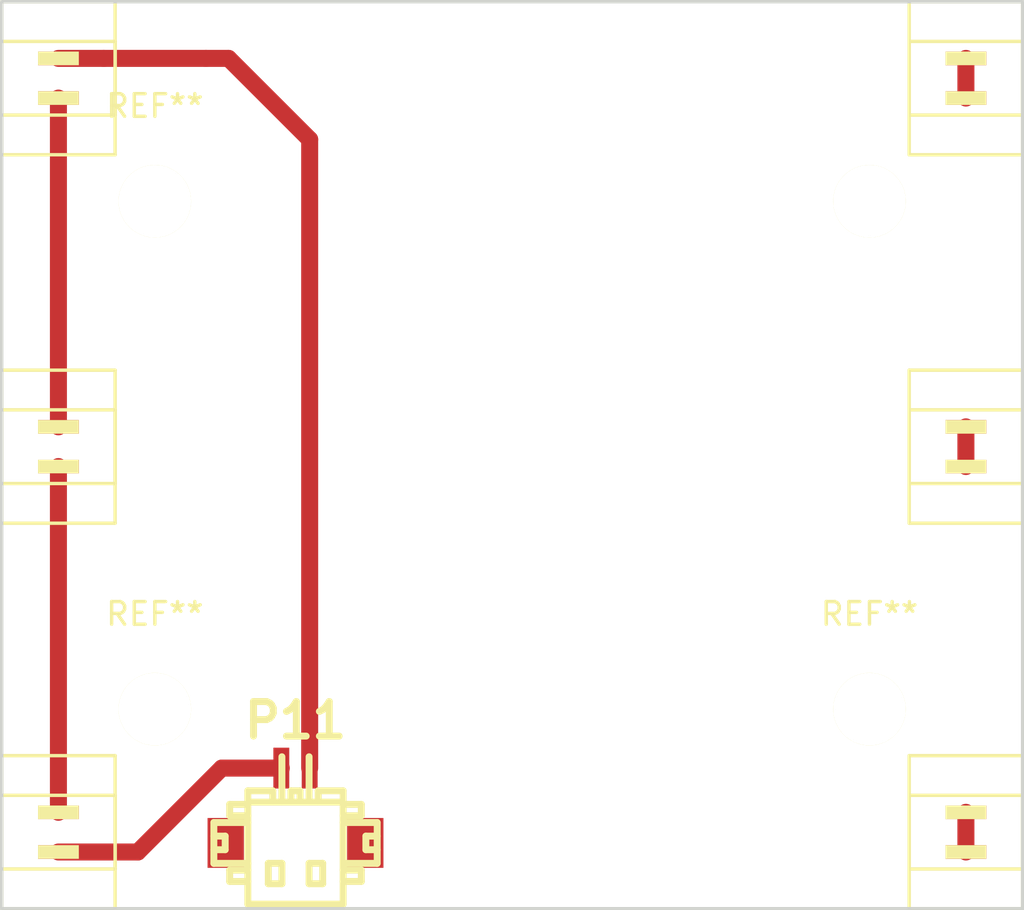
<source format=kicad_pcb>
(kicad_pcb (version 4) (host pcbnew 4.0.2-stable)

  (general
    (links 2)
    (no_connects 0)
    (area 37.924999 47.924999 83.075001 88.075001)
    (thickness 1.6)
    (drawings 4)
    (tracks 14)
    (zones 0)
    (modules 17)
    (nets 3)
  )

  (page A4)
  (layers
    (0 F.Cu signal)
    (31 B.Cu signal)
    (32 B.Adhes user)
    (33 F.Adhes user)
    (34 B.Paste user)
    (35 F.Paste user)
    (36 B.SilkS user)
    (37 F.SilkS user)
    (38 B.Mask user)
    (39 F.Mask user)
    (40 Dwgs.User user)
    (41 Cmts.User user hide)
    (42 Eco1.User user)
    (43 Eco2.User user)
    (44 Edge.Cuts user)
    (45 Margin user)
    (46 B.CrtYd user)
    (47 F.CrtYd user)
    (48 B.Fab user)
    (49 F.Fab user)
  )

  (setup
    (last_trace_width 0.5)
    (trace_clearance 0.2)
    (zone_clearance 0.508)
    (zone_45_only no)
    (trace_min 0.2)
    (segment_width 0.2)
    (edge_width 0.15)
    (via_size 0.6)
    (via_drill 0.4)
    (via_min_size 0.4)
    (via_min_drill 0.3)
    (uvia_size 0.3)
    (uvia_drill 0.1)
    (uvias_allowed no)
    (uvia_min_size 0.2)
    (uvia_min_drill 0.1)
    (pcb_text_width 0.3)
    (pcb_text_size 1.5 1.5)
    (mod_edge_width 0.15)
    (mod_text_size 1 1)
    (mod_text_width 0.15)
    (pad_size 0.6 1.8)
    (pad_drill 0)
    (pad_to_mask_clearance 0.2)
    (aux_axis_origin 0 0)
    (grid_origin 38 88)
    (visible_elements 7FFFFFFF)
    (pcbplotparams
      (layerselection 0x00030_80000001)
      (usegerberextensions false)
      (excludeedgelayer true)
      (linewidth 0.100000)
      (plotframeref false)
      (viasonmask false)
      (mode 1)
      (useauxorigin false)
      (hpglpennumber 1)
      (hpglpenspeed 20)
      (hpglpendiameter 15)
      (hpglpenoverlay 2)
      (psnegative false)
      (psa4output false)
      (plotreference true)
      (plotvalue true)
      (plotinvisibletext false)
      (padsonsilk false)
      (subtractmaskfromsilk false)
      (outputformat 1)
      (mirror false)
      (drillshape 1)
      (scaleselection 1)
      (outputdirectory ""))
  )

  (net 0 "")
  (net 1 "Net-(P1-Pad1)")
  (net 2 "Net-(P1-Pad2)")

  (net_class Default "This is the default net class."
    (clearance 0.2)
    (trace_width 0.5)
    (via_dia 0.6)
    (via_drill 0.4)
    (uvia_dia 0.3)
    (uvia_drill 0.1)
    (add_net "Net-(P1-Pad1)")
    (add_net "Net-(P1-Pad2)")
  )

  (module SMD_Packages:1Pin (layer F.Cu) (tedit 573606C4) (tstamp 573606CA)
    (at 80.5 85.5 90)
    (descr "module 1 pin (ou trou mecanique de percage)")
    (tags DEV)
    (fp_text reference REF** (at 0 -3.50012 90) (layer F.SilkS) hide
      (effects (font (size 1 1) (thickness 0.15)))
    )
    (fp_text value 1Pin (at 0.24892 3.74904 90) (layer F.Fab) hide
      (effects (font (size 1 1) (thickness 0.15)))
    )
    (fp_line (start -2.49936 -2.49936) (end 2.49936 -2.49936) (layer F.SilkS) (width 0.15))
    (fp_line (start 2.49936 -2.49936) (end 2.49936 2.49936) (layer F.SilkS) (width 0.15))
    (fp_line (start 2.49936 2.49936) (end -2.49936 2.49936) (layer F.SilkS) (width 0.15))
    (fp_line (start -2.49936 2.49936) (end -2.49936 -2.49936) (layer F.SilkS) (width 0.15))
    (pad 1 smd rect (at 0 0 90) (size 0.6 1.8) (layers F.Cu F.Paste F.SilkS F.Mask))
  )

  (module SMD_Packages:1Pin (layer F.Cu) (tedit 573606C2) (tstamp 573606C2)
    (at 80.5 83.75 90)
    (descr "module 1 pin (ou trou mecanique de percage)")
    (tags DEV)
    (fp_text reference REF** (at 0 -3.50012 90) (layer F.SilkS) hide
      (effects (font (size 1 1) (thickness 0.15)))
    )
    (fp_text value 1Pin (at 0.24892 3.74904 90) (layer F.Fab) hide
      (effects (font (size 1 1) (thickness 0.15)))
    )
    (fp_line (start -2.49936 -2.49936) (end 2.49936 -2.49936) (layer F.SilkS) (width 0.15))
    (fp_line (start 2.49936 -2.49936) (end 2.49936 2.49936) (layer F.SilkS) (width 0.15))
    (fp_line (start 2.49936 2.49936) (end -2.49936 2.49936) (layer F.SilkS) (width 0.15))
    (fp_line (start -2.49936 2.49936) (end -2.49936 -2.49936) (layer F.SilkS) (width 0.15))
    (pad 1 smd rect (at 0 0 90) (size 0.6 1.8) (layers F.Cu F.Paste F.SilkS F.Mask))
  )

  (module SMD_Packages:1Pin (layer F.Cu) (tedit 57360699) (tstamp 573606BA)
    (at 80.5 50.5 90)
    (descr "module 1 pin (ou trou mecanique de percage)")
    (tags DEV)
    (fp_text reference REF** (at 0 -3.50012 90) (layer F.SilkS) hide
      (effects (font (size 1 1) (thickness 0.15)))
    )
    (fp_text value 1Pin (at 0.24892 3.74904 90) (layer F.Fab) hide
      (effects (font (size 1 1) (thickness 0.15)))
    )
    (fp_line (start -2.49936 -2.49936) (end 2.49936 -2.49936) (layer F.SilkS) (width 0.15))
    (fp_line (start 2.49936 -2.49936) (end 2.49936 2.49936) (layer F.SilkS) (width 0.15))
    (fp_line (start 2.49936 2.49936) (end -2.49936 2.49936) (layer F.SilkS) (width 0.15))
    (fp_line (start -2.49936 2.49936) (end -2.49936 -2.49936) (layer F.SilkS) (width 0.15))
    (pad 1 smd rect (at 0 0 90) (size 0.6 1.8) (layers F.Cu F.Paste F.SilkS F.Mask))
  )

  (module SMD_Packages:1Pin (layer F.Cu) (tedit 573606C7) (tstamp 573606B2)
    (at 80.5 66.75 90)
    (descr "module 1 pin (ou trou mecanique de percage)")
    (tags DEV)
    (fp_text reference REF** (at 0 -3.50012 90) (layer F.SilkS) hide
      (effects (font (size 1 1) (thickness 0.15)))
    )
    (fp_text value 1Pin (at 0.24892 3.74904 90) (layer F.Fab) hide
      (effects (font (size 1 1) (thickness 0.15)))
    )
    (fp_line (start -2.49936 -2.49936) (end 2.49936 -2.49936) (layer F.SilkS) (width 0.15))
    (fp_line (start 2.49936 -2.49936) (end 2.49936 2.49936) (layer F.SilkS) (width 0.15))
    (fp_line (start 2.49936 2.49936) (end -2.49936 2.49936) (layer F.SilkS) (width 0.15))
    (fp_line (start -2.49936 2.49936) (end -2.49936 -2.49936) (layer F.SilkS) (width 0.15))
    (pad 1 smd rect (at 0 0 90) (size 0.6 1.8) (layers F.Cu F.Paste F.SilkS F.Mask))
  )

  (module SMD_Packages:1Pin (layer F.Cu) (tedit 573606A0) (tstamp 573606AA)
    (at 80.5 52.25 90)
    (descr "module 1 pin (ou trou mecanique de percage)")
    (tags DEV)
    (fp_text reference REF** (at 0 -3.50012 90) (layer F.SilkS) hide
      (effects (font (size 1 1) (thickness 0.15)))
    )
    (fp_text value 1Pin (at 0.24892 3.74904 90) (layer F.Fab) hide
      (effects (font (size 1 1) (thickness 0.15)))
    )
    (fp_line (start -2.49936 -2.49936) (end 2.49936 -2.49936) (layer F.SilkS) (width 0.15))
    (fp_line (start 2.49936 -2.49936) (end 2.49936 2.49936) (layer F.SilkS) (width 0.15))
    (fp_line (start 2.49936 2.49936) (end -2.49936 2.49936) (layer F.SilkS) (width 0.15))
    (fp_line (start -2.49936 2.49936) (end -2.49936 -2.49936) (layer F.SilkS) (width 0.15))
    (pad 1 smd rect (at 0 0 90) (size 0.6 1.8) (layers F.Cu F.Paste F.SilkS F.Mask))
  )

  (module SMD_Packages:1Pin (layer F.Cu) (tedit 573606C9) (tstamp 573606A2)
    (at 80.5 68.5 90)
    (descr "module 1 pin (ou trou mecanique de percage)")
    (tags DEV)
    (fp_text reference REF** (at 0 -3.50012 90) (layer F.SilkS) hide
      (effects (font (size 1 1) (thickness 0.15)))
    )
    (fp_text value 1Pin (at 0.24892 3.74904 90) (layer F.Fab) hide
      (effects (font (size 1 1) (thickness 0.15)))
    )
    (fp_line (start -2.49936 -2.49936) (end 2.49936 -2.49936) (layer F.SilkS) (width 0.15))
    (fp_line (start 2.49936 -2.49936) (end 2.49936 2.49936) (layer F.SilkS) (width 0.15))
    (fp_line (start 2.49936 2.49936) (end -2.49936 2.49936) (layer F.SilkS) (width 0.15))
    (fp_line (start -2.49936 2.49936) (end -2.49936 -2.49936) (layer F.SilkS) (width 0.15))
    (pad 1 smd rect (at 0 0 90) (size 0.6 1.8) (layers F.Cu F.Paste F.SilkS F.Mask))
  )

  (module SMD_Packages:1Pin (layer F.Cu) (tedit 573606BB) (tstamp 57360659)
    (at 40.5 83.75 90)
    (descr "module 1 pin (ou trou mecanique de percage)")
    (tags DEV)
    (fp_text reference REF** (at 0 -3.50012 90) (layer F.SilkS) hide
      (effects (font (size 1 1) (thickness 0.15)))
    )
    (fp_text value 1Pin (at 0.24892 3.74904 90) (layer F.Fab) hide
      (effects (font (size 1 1) (thickness 0.15)))
    )
    (fp_line (start -2.49936 -2.49936) (end 2.49936 -2.49936) (layer F.SilkS) (width 0.15))
    (fp_line (start 2.49936 -2.49936) (end 2.49936 2.49936) (layer F.SilkS) (width 0.15))
    (fp_line (start 2.49936 2.49936) (end -2.49936 2.49936) (layer F.SilkS) (width 0.15))
    (fp_line (start -2.49936 2.49936) (end -2.49936 -2.49936) (layer F.SilkS) (width 0.15))
    (pad 1 smd rect (at 0 0 90) (size 0.6 1.8) (layers F.Cu F.Paste F.SilkS F.Mask))
  )

  (module SMD_Packages:1Pin (layer F.Cu) (tedit 57360784) (tstamp 57360651)
    (at 40.5 85.5 90)
    (descr "module 1 pin (ou trou mecanique de percage)")
    (tags DEV)
    (fp_text reference REF** (at 0 -3.50012 90) (layer F.SilkS) hide
      (effects (font (size 1 1) (thickness 0.15)))
    )
    (fp_text value 1Pin (at 0.24892 3.74904 90) (layer F.Fab) hide
      (effects (font (size 1 1) (thickness 0.15)))
    )
    (fp_line (start -2.49936 -2.49936) (end 2.49936 -2.49936) (layer F.SilkS) (width 0.15))
    (fp_line (start 2.49936 -2.49936) (end 2.49936 2.49936) (layer F.SilkS) (width 0.15))
    (fp_line (start 2.49936 2.49936) (end -2.49936 2.49936) (layer F.SilkS) (width 0.15))
    (fp_line (start -2.49936 2.49936) (end -2.49936 -2.49936) (layer F.SilkS) (width 0.15))
    (pad 1 smd rect (at 0 0 90) (size 0.6 1.8) (layers F.Cu F.Paste F.SilkS F.Mask)
      (net 2 "Net-(P1-Pad2)"))
  )

  (module SMD_Packages:1Pin (layer F.Cu) (tedit 573606B4) (tstamp 57360649)
    (at 40.5 66.75 90)
    (descr "module 1 pin (ou trou mecanique de percage)")
    (tags DEV)
    (fp_text reference REF** (at 0 -3.50012 90) (layer F.SilkS) hide
      (effects (font (size 1 1) (thickness 0.15)))
    )
    (fp_text value 1Pin (at 0.24892 3.74904 90) (layer F.Fab) hide
      (effects (font (size 1 1) (thickness 0.15)))
    )
    (fp_line (start -2.49936 -2.49936) (end 2.49936 -2.49936) (layer F.SilkS) (width 0.15))
    (fp_line (start 2.49936 -2.49936) (end 2.49936 2.49936) (layer F.SilkS) (width 0.15))
    (fp_line (start 2.49936 2.49936) (end -2.49936 2.49936) (layer F.SilkS) (width 0.15))
    (fp_line (start -2.49936 2.49936) (end -2.49936 -2.49936) (layer F.SilkS) (width 0.15))
    (pad 1 smd rect (at 0 0 90) (size 0.6 1.8) (layers F.Cu F.Paste F.SilkS F.Mask))
  )

  (module SMD_Packages:1Pin (layer F.Cu) (tedit 573606B7) (tstamp 57360641)
    (at 40.5 68.5 90)
    (descr "module 1 pin (ou trou mecanique de percage)")
    (tags DEV)
    (fp_text reference REF** (at 0 -3.50012 90) (layer F.SilkS) hide
      (effects (font (size 1 1) (thickness 0.15)))
    )
    (fp_text value 1Pin (at 0.24892 3.74904 90) (layer F.Fab) hide
      (effects (font (size 1 1) (thickness 0.15)))
    )
    (fp_line (start -2.49936 -2.49936) (end 2.49936 -2.49936) (layer F.SilkS) (width 0.15))
    (fp_line (start 2.49936 -2.49936) (end 2.49936 2.49936) (layer F.SilkS) (width 0.15))
    (fp_line (start 2.49936 2.49936) (end -2.49936 2.49936) (layer F.SilkS) (width 0.15))
    (fp_line (start -2.49936 2.49936) (end -2.49936 -2.49936) (layer F.SilkS) (width 0.15))
    (pad 1 smd rect (at 0 0 90) (size 0.6 1.8) (layers F.Cu F.Paste F.SilkS F.Mask))
  )

  (module SMD_Packages:1Pin (layer F.Cu) (tedit 573606A8) (tstamp 573604EE)
    (at 40.5 52.25 90)
    (descr "module 1 pin (ou trou mecanique de percage)")
    (tags DEV)
    (fp_text reference REF** (at 0 -3.50012 180) (layer F.SilkS) hide
      (effects (font (size 1 1) (thickness 0.15)))
    )
    (fp_text value 1Pin (at 0.24892 3.74904 90) (layer F.Fab) hide
      (effects (font (size 1 1) (thickness 0.15)))
    )
    (fp_line (start -2.49936 -2.49936) (end 2.49936 -2.49936) (layer F.SilkS) (width 0.15))
    (fp_line (start 2.49936 -2.49936) (end 2.49936 2.49936) (layer F.SilkS) (width 0.15))
    (fp_line (start 2.49936 2.49936) (end -2.49936 2.49936) (layer F.SilkS) (width 0.15))
    (fp_line (start -2.49936 2.49936) (end -2.49936 -2.49936) (layer F.SilkS) (width 0.15))
    (pad 1 smd rect (at 0 0 90) (size 0.6 1.8) (layers F.Cu F.Paste F.SilkS F.Mask))
  )

  (module w_conn_df13:df13a-2p-125h (layer F.Cu) (tedit 573607D5) (tstamp 5735FF5E)
    (at 50.95 85.3)
    (descr "Hirose DF13 series, DF13A-2P-1.25H")
    (path /5735FE70)
    (fp_text reference P11 (at 0 -5.6007) (layer F.SilkS)
      (effects (font (thickness 0.3048)))
    )
    (fp_text value CONN_01X02 (at 0 4.09956) (layer F.SilkS) hide
      (effects (font (thickness 0.3048)))
    )
    (fp_line (start -0.59944 -4.0005) (end -0.59944 -1.99898) (layer F.SilkS) (width 0.3048))
    (fp_line (start 0.59944 -1.99898) (end 0.59944 -4.0005) (layer F.SilkS) (width 0.3048))
    (fp_line (start 1.00076 -2.49936) (end 1.00076 -1.99898) (layer F.SilkS) (width 0.3048))
    (fp_line (start 0.20066 -2.49936) (end 0.20066 -1.99898) (layer F.SilkS) (width 0.3048))
    (fp_line (start -0.20066 -2.49936) (end -0.20066 -1.99898) (layer F.SilkS) (width 0.3048))
    (fp_line (start -1.00076 -2.49936) (end -1.00076 -1.99898) (layer F.SilkS) (width 0.3048))
    (fp_line (start 0.20066 -2.49936) (end -0.20066 -2.49936) (layer F.SilkS) (width 0.3048))
    (fp_line (start 3.59918 0.70104) (end 2.19964 0.70104) (layer F.SilkS) (width 0.3048))
    (fp_line (start 3.10134 0.09906) (end 3.10134 -0.50038) (layer F.SilkS) (width 0.3048))
    (fp_line (start 3.60172 -0.50038) (end 3.10134 -0.50038) (layer F.SilkS) (width 0.3048))
    (fp_line (start 3.60172 0.09906) (end 3.10134 0.09906) (layer F.SilkS) (width 0.3048))
    (fp_line (start 2.90068 0.99822) (end 2.90068 1.4986) (layer F.SilkS) (width 0.3048))
    (fp_line (start 2.90068 1.4986) (end 2.10058 1.4986) (layer F.SilkS) (width 0.3048))
    (fp_line (start 2.10058 0.99822) (end 2.90068 0.99822) (layer F.SilkS) (width 0.3048))
    (fp_line (start 3.60172 -1.09982) (end 3.60172 0.70104) (layer F.SilkS) (width 0.3048))
    (fp_line (start 3.59918 -1.09982) (end 2.10058 -1.09982) (layer F.SilkS) (width 0.3048))
    (fp_line (start 2.10058 -1.89992) (end 2.90068 -1.89992) (layer F.SilkS) (width 0.3048))
    (fp_line (start 2.90068 -1.39954) (end 2.10058 -1.39954) (layer F.SilkS) (width 0.3048))
    (fp_line (start 2.90068 -1.89992) (end 2.90068 -1.39954) (layer F.SilkS) (width 0.3048))
    (fp_line (start -2.10058 1.00076) (end -2.90068 1.00076) (layer F.SilkS) (width 0.3048))
    (fp_line (start -2.90068 1.00076) (end -2.90068 1.50114) (layer F.SilkS) (width 0.3048))
    (fp_line (start -2.90068 1.50114) (end -2.10058 1.50114) (layer F.SilkS) (width 0.3048))
    (fp_line (start -2.90068 -1.89992) (end -2.90068 -1.39954) (layer F.SilkS) (width 0.3048))
    (fp_line (start -2.10058 -1.39954) (end -2.90068 -1.39954) (layer F.SilkS) (width 0.3048))
    (fp_line (start -2.90068 -1.89992) (end -2.10058 -1.89992) (layer F.SilkS) (width 0.3048))
    (fp_line (start -3.0988 0.09906) (end -3.59918 0.09906) (layer F.SilkS) (width 0.3048))
    (fp_line (start -3.0988 -0.50038) (end -3.59918 -0.50038) (layer F.SilkS) (width 0.3048))
    (fp_line (start -3.0988 0.09906) (end -3.0988 -0.50038) (layer F.SilkS) (width 0.3048))
    (fp_line (start -2.10058 -1.09982) (end -3.59918 -1.09982) (layer F.SilkS) (width 0.3048))
    (fp_line (start -3.59918 -1.09982) (end -3.59918 0.70104) (layer F.SilkS) (width 0.3048))
    (fp_line (start -3.59918 0.70104) (end -2.10058 0.70104) (layer F.SilkS) (width 0.3048))
    (fp_line (start 2.10058 -2.49936) (end 2.10058 2.49936) (layer F.SilkS) (width 0.3048))
    (fp_line (start -2.10058 2.49936) (end -2.10058 -2.49936) (layer F.SilkS) (width 0.3048))
    (fp_line (start 0.59944 0.6985) (end 1.19888 0.6985) (layer F.SilkS) (width 0.3048))
    (fp_line (start 1.19888 0.6985) (end 1.19888 1.6002) (layer F.SilkS) (width 0.3048))
    (fp_line (start 1.19888 1.6002) (end 0.59944 1.6002) (layer F.SilkS) (width 0.3048))
    (fp_line (start 0.59944 1.6002) (end 0.59944 0.6985) (layer F.SilkS) (width 0.3048))
    (fp_line (start -1.19888 1.6002) (end -0.59944 1.6002) (layer F.SilkS) (width 0.3048))
    (fp_line (start -0.59944 1.6002) (end -0.59944 0.6985) (layer F.SilkS) (width 0.3048))
    (fp_line (start -0.59944 0.6985) (end -1.19888 0.6985) (layer F.SilkS) (width 0.3048))
    (fp_line (start -1.19888 0.6985) (end -1.19888 1.6002) (layer F.SilkS) (width 0.3048))
    (fp_line (start -1.00076 -2.49936) (end -2.10058 -2.49936) (layer F.SilkS) (width 0.3048))
    (fp_line (start 2.10058 -2.49936) (end 1.00076 -2.49936) (layer F.SilkS) (width 0.3048))
    (fp_line (start 2.10058 -1.99898) (end -2.10058 -1.99898) (layer F.SilkS) (width 0.3048))
    (fp_line (start 2.10058 2.49936) (end -2.10058 2.49936) (layer F.SilkS) (width 0.3048))
    (pad 1 smd rect (at 0.62484 -3.50012) (size 0.70104 1.80086) (layers F.Cu F.Paste F.Mask)
      (net 1 "Net-(P1-Pad1)"))
    (pad 2 smd rect (at -0.62484 -3.50012) (size 0.70104 1.80086) (layers F.Cu F.Paste F.Mask)
      (net 2 "Net-(P1-Pad2)"))
    (pad "" smd rect (at -3.07594 -0.20066) (size 1.6002 2.19964) (layers F.Cu F.Paste F.Mask))
    (pad "" smd rect (at 3.07594 -0.20066) (size 1.6002 2.19964) (layers F.Cu F.Paste F.Mask))
    (model C:/Users/jkara/Desktop/heaterboard/walter/conn_df13/df13a-2p-125h.wrl
      (at (xyz 0 0 0))
      (scale (xyz 1 1 1))
      (rotate (xyz 0 0 0))
    )
    (model ../../../../../../Users/jkara/Desktop/heaterboard/walter/conn_df13/df13a-2p-125h.wrl
      (at (xyz 0 0 0))
      (scale (xyz 1 1 1))
      (rotate (xyz 0 0 0))
    )
  )

  (module Mounting_Holes:MountingHole_3.2mm_M3 (layer F.Cu) (tedit 57360229) (tstamp 5735FFF9)
    (at 44.75 56.8)
    (descr "Mounting Hole 3.2mm, no annular, M3")
    (tags "mounting hole 3.2mm no annular m3")
    (fp_text reference REF** (at 0 -4.2) (layer F.SilkS)
      (effects (font (size 1 1) (thickness 0.15)))
    )
    (fp_text value MountingHole_3.2mm_M3 (at 0 4.2) (layer F.Fab) hide
      (effects (font (size 1 1) (thickness 0.15)))
    )
    (fp_circle (center 0 0) (end 3.2 0) (layer Cmts.User) (width 0.15))
    (fp_circle (center 0 0) (end 3.45 0) (layer F.CrtYd) (width 0.05))
    (pad "" np_thru_hole circle (at 0 0) (size 3.2 3.2) (drill 3.2) (layers *.Cu *.Mask F.SilkS))
  )

  (module Mounting_Holes:MountingHole_3.2mm_M3 (layer F.Cu) (tedit 5736069C) (tstamp 5735FFFC)
    (at 76.25 56.8)
    (descr "Mounting Hole 3.2mm, no annular, M3")
    (tags "mounting hole 3.2mm no annular m3")
    (fp_text reference REF** (at 0 -4.2) (layer F.SilkS) hide
      (effects (font (size 1 1) (thickness 0.15)))
    )
    (fp_text value MountingHole_3.2mm_M3 (at 0 4.2) (layer F.Fab) hide
      (effects (font (size 1 1) (thickness 0.15)))
    )
    (fp_circle (center 0 0) (end 3.2 0) (layer Cmts.User) (width 0.15))
    (fp_circle (center 0 0) (end 3.45 0) (layer F.CrtYd) (width 0.05))
    (pad 1 np_thru_hole circle (at 0 0) (size 3.2 3.2) (drill 3.2) (layers *.Cu *.Mask F.SilkS))
  )

  (module Mounting_Holes:MountingHole_3.2mm_M3 (layer F.Cu) (tedit 57360234) (tstamp 5735FFFF)
    (at 76.25 79.2)
    (descr "Mounting Hole 3.2mm, no annular, M3")
    (tags "mounting hole 3.2mm no annular m3")
    (fp_text reference REF** (at 0 -4.2) (layer F.SilkS)
      (effects (font (size 1 1) (thickness 0.15)))
    )
    (fp_text value MountingHole_3.2mm_M3 (at 0 4.2) (layer F.Fab) hide
      (effects (font (size 1 1) (thickness 0.15)))
    )
    (fp_circle (center 0 0) (end 3.2 0) (layer Cmts.User) (width 0.15))
    (fp_circle (center 0 0) (end 3.45 0) (layer F.CrtYd) (width 0.05))
    (pad 1 np_thru_hole circle (at 0 0) (size 3.2 3.2) (drill 3.2) (layers *.Cu *.Mask F.SilkS))
  )

  (module Mounting_Holes:MountingHole_3.2mm_M3 (layer F.Cu) (tedit 5736022D) (tstamp 57360001)
    (at 44.75 79.2)
    (descr "Mounting Hole 3.2mm, no annular, M3")
    (tags "mounting hole 3.2mm no annular m3")
    (fp_text reference REF** (at 0 -4.2) (layer F.SilkS)
      (effects (font (size 1 1) (thickness 0.15)))
    )
    (fp_text value MountingHole_3.2mm_M3 (at 0 4.2) (layer F.Fab) hide
      (effects (font (size 1 1) (thickness 0.15)))
    )
    (fp_circle (center 0 0) (end 3.2 0) (layer Cmts.User) (width 0.15))
    (fp_circle (center 0 0) (end 3.45 0) (layer F.CrtYd) (width 0.05))
    (pad 1 np_thru_hole circle (at 0 0) (size 3.2 3.2) (drill 3.2) (layers *.Cu *.Mask F.SilkS))
  )

  (module SMD_Packages:1Pin (layer F.Cu) (tedit 5736076D) (tstamp 5736043B)
    (at 40.5 50.5 90)
    (descr "module 1 pin (ou trou mecanique de percage)")
    (tags DEV)
    (fp_text reference REF** (at 0 -3.50012 90) (layer F.SilkS) hide
      (effects (font (size 1 1) (thickness 0.15)))
    )
    (fp_text value 1Pin (at 0.24892 3.74904 90) (layer F.Fab) hide
      (effects (font (size 1 1) (thickness 0.15)))
    )
    (fp_line (start -2.49936 -2.49936) (end 2.49936 -2.49936) (layer F.SilkS) (width 0.15))
    (fp_line (start 2.49936 -2.49936) (end 2.49936 2.49936) (layer F.SilkS) (width 0.15))
    (fp_line (start 2.49936 2.49936) (end -2.49936 2.49936) (layer F.SilkS) (width 0.15))
    (fp_line (start -2.49936 2.49936) (end -2.49936 -2.49936) (layer F.SilkS) (width 0.15))
    (pad 1 smd rect (at 0 0 90) (size 0.6 1.8) (layers F.Cu F.Paste F.SilkS F.Mask)
      (net 1 "Net-(P1-Pad1)"))
  )

  (gr_line (start 38 88) (end 38 48) (angle 90) (layer Edge.Cuts) (width 0.15))
  (gr_line (start 83 88) (end 38 88) (angle 90) (layer Edge.Cuts) (width 0.15))
  (gr_line (start 83 48) (end 83 88) (angle 90) (layer Edge.Cuts) (width 0.15))
  (gr_line (start 38 48) (end 83 48) (angle 90) (layer Edge.Cuts) (width 0.15))

  (segment (start 80.5 83.75) (end 80.5 85.5) (width 0.75) (layer F.Cu) (net 0))
  (segment (start 80.5 66.75) (end 80.5 68.5) (width 0.75) (layer F.Cu) (net 0))
  (segment (start 80.5 50.5) (end 80.5 52.25) (width 0.75) (layer F.Cu) (net 0))
  (segment (start 40.5 66.75) (end 40.5 52.25) (width 0.75) (layer F.Cu) (net 0))
  (segment (start 40.5 83.75) (end 40.5 68.5) (width 0.75) (layer F.Cu) (net 0))
  (segment (start 51.57484 54.07484) (end 48 50.5) (width 0.75) (layer F.Cu) (net 1))
  (segment (start 48 50.5) (end 47 50.5) (width 0.75) (layer F.Cu) (net 1))
  (segment (start 51.57484 80.39945) (end 51.57484 54.07484) (width 0.75) (layer F.Cu) (net 1))
  (segment (start 42.5 50.5) (end 40.5 50.5) (width 0.75) (layer F.Cu) (net 1))
  (segment (start 47 50.5) (end 42.5 50.5) (width 0.75) (layer F.Cu) (net 1))
  (segment (start 51.57484 81.79988) (end 51.57484 80.39945) (width 0.75) (layer F.Cu) (net 1))
  (segment (start 47.70012 81.79988) (end 44 85.5) (width 0.75) (layer F.Cu) (net 2))
  (segment (start 44 85.5) (end 40.5 85.5) (width 0.75) (layer F.Cu) (net 2))
  (segment (start 50.32516 81.79988) (end 47.70012 81.79988) (width 0.75) (layer F.Cu) (net 2))

)

</source>
